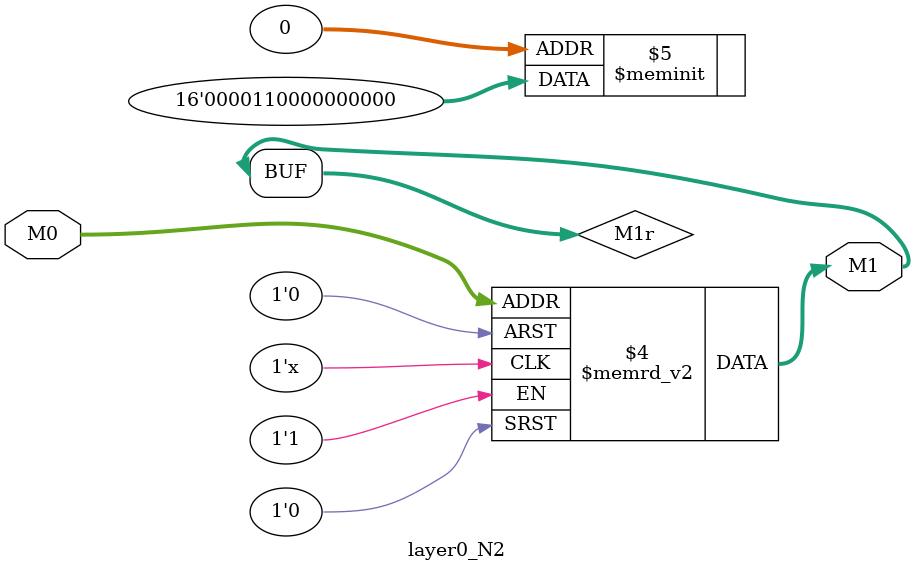
<source format=v>
module layer0_N2 ( input [2:0] M0, output [1:0] M1 );

	(*rom_style = "distributed" *) reg [1:0] M1r;
	assign M1 = M1r;
	always @ (M0) begin
		case (M0)
			3'b000: M1r = 2'b00;
			3'b100: M1r = 2'b00;
			3'b010: M1r = 2'b00;
			3'b110: M1r = 2'b00;
			3'b001: M1r = 2'b00;
			3'b101: M1r = 2'b11;
			3'b011: M1r = 2'b00;
			3'b111: M1r = 2'b00;

		endcase
	end
endmodule

</source>
